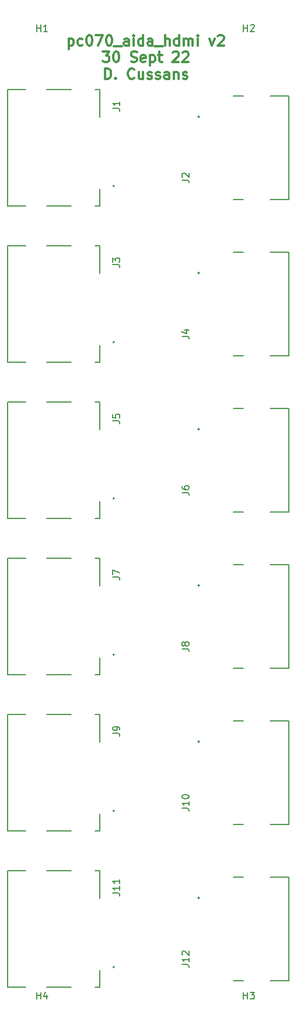
<source format=gbr>
%TF.GenerationSoftware,KiCad,Pcbnew,6.0.7-5.fc36*%
%TF.CreationDate,2022-09-30T16:01:05+01:00*%
%TF.ProjectId,pc070_aida_hdmi_dp,70633037-305f-4616-9964-615f68646d69,rev?*%
%TF.SameCoordinates,Original*%
%TF.FileFunction,Legend,Top*%
%TF.FilePolarity,Positive*%
%FSLAX46Y46*%
G04 Gerber Fmt 4.6, Leading zero omitted, Abs format (unit mm)*
G04 Created by KiCad (PCBNEW 6.0.7-5.fc36) date 2022-09-30 16:01:05*
%MOMM*%
%LPD*%
G01*
G04 APERTURE LIST*
%ADD10C,0.300000*%
%ADD11C,0.150000*%
%ADD12C,0.200000*%
%ADD13C,0.127000*%
G04 APERTURE END LIST*
D10*
X78885714Y-42663571D02*
X78885714Y-44163571D01*
X78885714Y-42735000D02*
X79028571Y-42663571D01*
X79314285Y-42663571D01*
X79457142Y-42735000D01*
X79528571Y-42806428D01*
X79599999Y-42949285D01*
X79599999Y-43377857D01*
X79528571Y-43520714D01*
X79457142Y-43592142D01*
X79314285Y-43663571D01*
X79028571Y-43663571D01*
X78885714Y-43592142D01*
X80885714Y-43592142D02*
X80742857Y-43663571D01*
X80457142Y-43663571D01*
X80314285Y-43592142D01*
X80242857Y-43520714D01*
X80171428Y-43377857D01*
X80171428Y-42949285D01*
X80242857Y-42806428D01*
X80314285Y-42735000D01*
X80457142Y-42663571D01*
X80742857Y-42663571D01*
X80885714Y-42735000D01*
X81814285Y-42163571D02*
X81957142Y-42163571D01*
X82099999Y-42235000D01*
X82171428Y-42306428D01*
X82242857Y-42449285D01*
X82314285Y-42735000D01*
X82314285Y-43092142D01*
X82242857Y-43377857D01*
X82171428Y-43520714D01*
X82099999Y-43592142D01*
X81957142Y-43663571D01*
X81814285Y-43663571D01*
X81671428Y-43592142D01*
X81599999Y-43520714D01*
X81528571Y-43377857D01*
X81457142Y-43092142D01*
X81457142Y-42735000D01*
X81528571Y-42449285D01*
X81599999Y-42306428D01*
X81671428Y-42235000D01*
X81814285Y-42163571D01*
X82814285Y-42163571D02*
X83814285Y-42163571D01*
X83171428Y-43663571D01*
X84671428Y-42163571D02*
X84814285Y-42163571D01*
X84957142Y-42235000D01*
X85028571Y-42306428D01*
X85099999Y-42449285D01*
X85171428Y-42735000D01*
X85171428Y-43092142D01*
X85099999Y-43377857D01*
X85028571Y-43520714D01*
X84957142Y-43592142D01*
X84814285Y-43663571D01*
X84671428Y-43663571D01*
X84528571Y-43592142D01*
X84457142Y-43520714D01*
X84385714Y-43377857D01*
X84314285Y-43092142D01*
X84314285Y-42735000D01*
X84385714Y-42449285D01*
X84457142Y-42306428D01*
X84528571Y-42235000D01*
X84671428Y-42163571D01*
X85457142Y-43806428D02*
X86599999Y-43806428D01*
X87599999Y-43663571D02*
X87599999Y-42877857D01*
X87528571Y-42735000D01*
X87385714Y-42663571D01*
X87099999Y-42663571D01*
X86957142Y-42735000D01*
X87599999Y-43592142D02*
X87457142Y-43663571D01*
X87099999Y-43663571D01*
X86957142Y-43592142D01*
X86885714Y-43449285D01*
X86885714Y-43306428D01*
X86957142Y-43163571D01*
X87099999Y-43092142D01*
X87457142Y-43092142D01*
X87599999Y-43020714D01*
X88314285Y-43663571D02*
X88314285Y-42663571D01*
X88314285Y-42163571D02*
X88242857Y-42235000D01*
X88314285Y-42306428D01*
X88385714Y-42235000D01*
X88314285Y-42163571D01*
X88314285Y-42306428D01*
X89671428Y-43663571D02*
X89671428Y-42163571D01*
X89671428Y-43592142D02*
X89528571Y-43663571D01*
X89242857Y-43663571D01*
X89099999Y-43592142D01*
X89028571Y-43520714D01*
X88957142Y-43377857D01*
X88957142Y-42949285D01*
X89028571Y-42806428D01*
X89099999Y-42735000D01*
X89242857Y-42663571D01*
X89528571Y-42663571D01*
X89671428Y-42735000D01*
X91028571Y-43663571D02*
X91028571Y-42877857D01*
X90957142Y-42735000D01*
X90814285Y-42663571D01*
X90528571Y-42663571D01*
X90385714Y-42735000D01*
X91028571Y-43592142D02*
X90885714Y-43663571D01*
X90528571Y-43663571D01*
X90385714Y-43592142D01*
X90314285Y-43449285D01*
X90314285Y-43306428D01*
X90385714Y-43163571D01*
X90528571Y-43092142D01*
X90885714Y-43092142D01*
X91028571Y-43020714D01*
X91385714Y-43806428D02*
X92528571Y-43806428D01*
X92885714Y-43663571D02*
X92885714Y-42163571D01*
X93528571Y-43663571D02*
X93528571Y-42877857D01*
X93457142Y-42735000D01*
X93314285Y-42663571D01*
X93099999Y-42663571D01*
X92957142Y-42735000D01*
X92885714Y-42806428D01*
X94885714Y-43663571D02*
X94885714Y-42163571D01*
X94885714Y-43592142D02*
X94742857Y-43663571D01*
X94457142Y-43663571D01*
X94314285Y-43592142D01*
X94242857Y-43520714D01*
X94171428Y-43377857D01*
X94171428Y-42949285D01*
X94242857Y-42806428D01*
X94314285Y-42735000D01*
X94457142Y-42663571D01*
X94742857Y-42663571D01*
X94885714Y-42735000D01*
X95599999Y-43663571D02*
X95599999Y-42663571D01*
X95599999Y-42806428D02*
X95671428Y-42735000D01*
X95814285Y-42663571D01*
X96028571Y-42663571D01*
X96171428Y-42735000D01*
X96242857Y-42877857D01*
X96242857Y-43663571D01*
X96242857Y-42877857D02*
X96314285Y-42735000D01*
X96457142Y-42663571D01*
X96671428Y-42663571D01*
X96814285Y-42735000D01*
X96885714Y-42877857D01*
X96885714Y-43663571D01*
X97599999Y-43663571D02*
X97599999Y-42663571D01*
X97599999Y-42163571D02*
X97528571Y-42235000D01*
X97599999Y-42306428D01*
X97671428Y-42235000D01*
X97599999Y-42163571D01*
X97599999Y-42306428D01*
X99314285Y-42663571D02*
X99671428Y-43663571D01*
X100028571Y-42663571D01*
X100528571Y-42306428D02*
X100599999Y-42235000D01*
X100742857Y-42163571D01*
X101099999Y-42163571D01*
X101242857Y-42235000D01*
X101314285Y-42306428D01*
X101385714Y-42449285D01*
X101385714Y-42592142D01*
X101314285Y-42806428D01*
X100457142Y-43663571D01*
X101385714Y-43663571D01*
X83850000Y-44578571D02*
X84778571Y-44578571D01*
X84278571Y-45150000D01*
X84492857Y-45150000D01*
X84635714Y-45221428D01*
X84707142Y-45292857D01*
X84778571Y-45435714D01*
X84778571Y-45792857D01*
X84707142Y-45935714D01*
X84635714Y-46007142D01*
X84492857Y-46078571D01*
X84064285Y-46078571D01*
X83921428Y-46007142D01*
X83850000Y-45935714D01*
X85707142Y-44578571D02*
X85850000Y-44578571D01*
X85992857Y-44650000D01*
X86064285Y-44721428D01*
X86135714Y-44864285D01*
X86207142Y-45150000D01*
X86207142Y-45507142D01*
X86135714Y-45792857D01*
X86064285Y-45935714D01*
X85992857Y-46007142D01*
X85850000Y-46078571D01*
X85707142Y-46078571D01*
X85564285Y-46007142D01*
X85492857Y-45935714D01*
X85421428Y-45792857D01*
X85350000Y-45507142D01*
X85350000Y-45150000D01*
X85421428Y-44864285D01*
X85492857Y-44721428D01*
X85564285Y-44650000D01*
X85707142Y-44578571D01*
X87921428Y-46007142D02*
X88135714Y-46078571D01*
X88492857Y-46078571D01*
X88635714Y-46007142D01*
X88707142Y-45935714D01*
X88778571Y-45792857D01*
X88778571Y-45650000D01*
X88707142Y-45507142D01*
X88635714Y-45435714D01*
X88492857Y-45364285D01*
X88207142Y-45292857D01*
X88064285Y-45221428D01*
X87992857Y-45150000D01*
X87921428Y-45007142D01*
X87921428Y-44864285D01*
X87992857Y-44721428D01*
X88064285Y-44650000D01*
X88207142Y-44578571D01*
X88564285Y-44578571D01*
X88778571Y-44650000D01*
X89992857Y-46007142D02*
X89850000Y-46078571D01*
X89564285Y-46078571D01*
X89421428Y-46007142D01*
X89350000Y-45864285D01*
X89350000Y-45292857D01*
X89421428Y-45150000D01*
X89564285Y-45078571D01*
X89850000Y-45078571D01*
X89992857Y-45150000D01*
X90064285Y-45292857D01*
X90064285Y-45435714D01*
X89350000Y-45578571D01*
X90707142Y-45078571D02*
X90707142Y-46578571D01*
X90707142Y-45150000D02*
X90850000Y-45078571D01*
X91135714Y-45078571D01*
X91278571Y-45150000D01*
X91350000Y-45221428D01*
X91421428Y-45364285D01*
X91421428Y-45792857D01*
X91350000Y-45935714D01*
X91278571Y-46007142D01*
X91135714Y-46078571D01*
X90850000Y-46078571D01*
X90707142Y-46007142D01*
X91850000Y-45078571D02*
X92421428Y-45078571D01*
X92064285Y-44578571D02*
X92064285Y-45864285D01*
X92135714Y-46007142D01*
X92278571Y-46078571D01*
X92421428Y-46078571D01*
X93992857Y-44721428D02*
X94064285Y-44650000D01*
X94207142Y-44578571D01*
X94564285Y-44578571D01*
X94707142Y-44650000D01*
X94778571Y-44721428D01*
X94850000Y-44864285D01*
X94850000Y-45007142D01*
X94778571Y-45221428D01*
X93921428Y-46078571D01*
X94850000Y-46078571D01*
X95421428Y-44721428D02*
X95492857Y-44650000D01*
X95635714Y-44578571D01*
X95992857Y-44578571D01*
X96135714Y-44650000D01*
X96207142Y-44721428D01*
X96278571Y-44864285D01*
X96278571Y-45007142D01*
X96207142Y-45221428D01*
X95350000Y-46078571D01*
X96278571Y-46078571D01*
X84171428Y-48493571D02*
X84171428Y-46993571D01*
X84528571Y-46993571D01*
X84742857Y-47065000D01*
X84885714Y-47207857D01*
X84957142Y-47350714D01*
X85028571Y-47636428D01*
X85028571Y-47850714D01*
X84957142Y-48136428D01*
X84885714Y-48279285D01*
X84742857Y-48422142D01*
X84528571Y-48493571D01*
X84171428Y-48493571D01*
X85671428Y-48350714D02*
X85742857Y-48422142D01*
X85671428Y-48493571D01*
X85600000Y-48422142D01*
X85671428Y-48350714D01*
X85671428Y-48493571D01*
X88385714Y-48350714D02*
X88314285Y-48422142D01*
X88100000Y-48493571D01*
X87957142Y-48493571D01*
X87742857Y-48422142D01*
X87600000Y-48279285D01*
X87528571Y-48136428D01*
X87457142Y-47850714D01*
X87457142Y-47636428D01*
X87528571Y-47350714D01*
X87600000Y-47207857D01*
X87742857Y-47065000D01*
X87957142Y-46993571D01*
X88100000Y-46993571D01*
X88314285Y-47065000D01*
X88385714Y-47136428D01*
X89671428Y-47493571D02*
X89671428Y-48493571D01*
X89028571Y-47493571D02*
X89028571Y-48279285D01*
X89100000Y-48422142D01*
X89242857Y-48493571D01*
X89457142Y-48493571D01*
X89600000Y-48422142D01*
X89671428Y-48350714D01*
X90314285Y-48422142D02*
X90457142Y-48493571D01*
X90742857Y-48493571D01*
X90885714Y-48422142D01*
X90957142Y-48279285D01*
X90957142Y-48207857D01*
X90885714Y-48065000D01*
X90742857Y-47993571D01*
X90528571Y-47993571D01*
X90385714Y-47922142D01*
X90314285Y-47779285D01*
X90314285Y-47707857D01*
X90385714Y-47565000D01*
X90528571Y-47493571D01*
X90742857Y-47493571D01*
X90885714Y-47565000D01*
X91528571Y-48422142D02*
X91671428Y-48493571D01*
X91957142Y-48493571D01*
X92100000Y-48422142D01*
X92171428Y-48279285D01*
X92171428Y-48207857D01*
X92100000Y-48065000D01*
X91957142Y-47993571D01*
X91742857Y-47993571D01*
X91600000Y-47922142D01*
X91528571Y-47779285D01*
X91528571Y-47707857D01*
X91600000Y-47565000D01*
X91742857Y-47493571D01*
X91957142Y-47493571D01*
X92100000Y-47565000D01*
X93457142Y-48493571D02*
X93457142Y-47707857D01*
X93385714Y-47565000D01*
X93242857Y-47493571D01*
X92957142Y-47493571D01*
X92814285Y-47565000D01*
X93457142Y-48422142D02*
X93314285Y-48493571D01*
X92957142Y-48493571D01*
X92814285Y-48422142D01*
X92742857Y-48279285D01*
X92742857Y-48136428D01*
X92814285Y-47993571D01*
X92957142Y-47922142D01*
X93314285Y-47922142D01*
X93457142Y-47850714D01*
X94171428Y-47493571D02*
X94171428Y-48493571D01*
X94171428Y-47636428D02*
X94242857Y-47565000D01*
X94385714Y-47493571D01*
X94600000Y-47493571D01*
X94742857Y-47565000D01*
X94814285Y-47707857D01*
X94814285Y-48493571D01*
X95457142Y-48422142D02*
X95600000Y-48493571D01*
X95885714Y-48493571D01*
X96028571Y-48422142D01*
X96100000Y-48279285D01*
X96100000Y-48207857D01*
X96028571Y-48065000D01*
X95885714Y-47993571D01*
X95671428Y-47993571D01*
X95528571Y-47922142D01*
X95457142Y-47779285D01*
X95457142Y-47707857D01*
X95528571Y-47565000D01*
X95671428Y-47493571D01*
X95885714Y-47493571D01*
X96028571Y-47565000D01*
D11*
%TO.C,J6*%
X95317380Y-108355333D02*
X96031666Y-108355333D01*
X96174523Y-108402952D01*
X96269761Y-108498190D01*
X96317380Y-108641047D01*
X96317380Y-108736285D01*
X95317380Y-107450571D02*
X95317380Y-107641047D01*
X95365000Y-107736285D01*
X95412619Y-107783904D01*
X95555476Y-107879142D01*
X95745952Y-107926761D01*
X96126904Y-107926761D01*
X96222142Y-107879142D01*
X96269761Y-107831523D01*
X96317380Y-107736285D01*
X96317380Y-107545809D01*
X96269761Y-107450571D01*
X96222142Y-107402952D01*
X96126904Y-107355333D01*
X95888809Y-107355333D01*
X95793571Y-107402952D01*
X95745952Y-107450571D01*
X95698333Y-107545809D01*
X95698333Y-107736285D01*
X95745952Y-107831523D01*
X95793571Y-107879142D01*
X95888809Y-107926761D01*
%TO.C,H3*%
X104238095Y-181652380D02*
X104238095Y-180652380D01*
X104238095Y-181128571D02*
X104809523Y-181128571D01*
X104809523Y-181652380D02*
X104809523Y-180652380D01*
X105190476Y-180652380D02*
X105809523Y-180652380D01*
X105476190Y-181033333D01*
X105619047Y-181033333D01*
X105714285Y-181080952D01*
X105761904Y-181128571D01*
X105809523Y-181223809D01*
X105809523Y-181461904D01*
X105761904Y-181557142D01*
X105714285Y-181604761D01*
X105619047Y-181652380D01*
X105333333Y-181652380D01*
X105238095Y-181604761D01*
X105190476Y-181557142D01*
%TO.C,H4*%
X74238095Y-181652380D02*
X74238095Y-180652380D01*
X74238095Y-181128571D02*
X74809523Y-181128571D01*
X74809523Y-181652380D02*
X74809523Y-180652380D01*
X75714285Y-180985714D02*
X75714285Y-181652380D01*
X75476190Y-180604761D02*
X75238095Y-181319047D01*
X75857142Y-181319047D01*
%TO.C,J8*%
X95317380Y-130961333D02*
X96031666Y-130961333D01*
X96174523Y-131008952D01*
X96269761Y-131104190D01*
X96317380Y-131247047D01*
X96317380Y-131342285D01*
X95745952Y-130342285D02*
X95698333Y-130437523D01*
X95650714Y-130485142D01*
X95555476Y-130532761D01*
X95507857Y-130532761D01*
X95412619Y-130485142D01*
X95365000Y-130437523D01*
X95317380Y-130342285D01*
X95317380Y-130151809D01*
X95365000Y-130056571D01*
X95412619Y-130008952D01*
X95507857Y-129961333D01*
X95555476Y-129961333D01*
X95650714Y-130008952D01*
X95698333Y-130056571D01*
X95745952Y-130151809D01*
X95745952Y-130342285D01*
X95793571Y-130437523D01*
X95841190Y-130485142D01*
X95936428Y-130532761D01*
X96126904Y-130532761D01*
X96222142Y-130485142D01*
X96269761Y-130437523D01*
X96317380Y-130342285D01*
X96317380Y-130151809D01*
X96269761Y-130056571D01*
X96222142Y-130008952D01*
X96126904Y-129961333D01*
X95936428Y-129961333D01*
X95841190Y-130008952D01*
X95793571Y-130056571D01*
X95745952Y-130151809D01*
%TO.C,J7*%
X85287380Y-120611333D02*
X86001666Y-120611333D01*
X86144523Y-120658952D01*
X86239761Y-120754190D01*
X86287380Y-120897047D01*
X86287380Y-120992285D01*
X85287380Y-120230380D02*
X85287380Y-119563714D01*
X86287380Y-119992285D01*
%TO.C,J2*%
X95317380Y-63143333D02*
X96031666Y-63143333D01*
X96174523Y-63190952D01*
X96269761Y-63286190D01*
X96317380Y-63429047D01*
X96317380Y-63524285D01*
X95412619Y-62714761D02*
X95365000Y-62667142D01*
X95317380Y-62571904D01*
X95317380Y-62333809D01*
X95365000Y-62238571D01*
X95412619Y-62190952D01*
X95507857Y-62143333D01*
X95603095Y-62143333D01*
X95745952Y-62190952D01*
X96317380Y-62762380D01*
X96317380Y-62143333D01*
%TO.C,H2*%
X104238095Y-41652380D02*
X104238095Y-40652380D01*
X104238095Y-41128571D02*
X104809523Y-41128571D01*
X104809523Y-41652380D02*
X104809523Y-40652380D01*
X105238095Y-40747619D02*
X105285714Y-40700000D01*
X105380952Y-40652380D01*
X105619047Y-40652380D01*
X105714285Y-40700000D01*
X105761904Y-40747619D01*
X105809523Y-40842857D01*
X105809523Y-40938095D01*
X105761904Y-41080952D01*
X105190476Y-41652380D01*
X105809523Y-41652380D01*
%TO.C,J9*%
X85287380Y-143217333D02*
X86001666Y-143217333D01*
X86144523Y-143264952D01*
X86239761Y-143360190D01*
X86287380Y-143503047D01*
X86287380Y-143598285D01*
X86287380Y-142693523D02*
X86287380Y-142503047D01*
X86239761Y-142407809D01*
X86192142Y-142360190D01*
X86049285Y-142264952D01*
X85858809Y-142217333D01*
X85477857Y-142217333D01*
X85382619Y-142264952D01*
X85335000Y-142312571D01*
X85287380Y-142407809D01*
X85287380Y-142598285D01*
X85335000Y-142693523D01*
X85382619Y-142741142D01*
X85477857Y-142788761D01*
X85715952Y-142788761D01*
X85811190Y-142741142D01*
X85858809Y-142693523D01*
X85906428Y-142598285D01*
X85906428Y-142407809D01*
X85858809Y-142312571D01*
X85811190Y-142264952D01*
X85715952Y-142217333D01*
%TO.C,H1*%
X74238095Y-41652380D02*
X74238095Y-40652380D01*
X74238095Y-41128571D02*
X74809523Y-41128571D01*
X74809523Y-41652380D02*
X74809523Y-40652380D01*
X75809523Y-41652380D02*
X75238095Y-41652380D01*
X75523809Y-41652380D02*
X75523809Y-40652380D01*
X75428571Y-40795238D01*
X75333333Y-40890476D01*
X75238095Y-40938095D01*
%TO.C,J4*%
X95317380Y-85749333D02*
X96031666Y-85749333D01*
X96174523Y-85796952D01*
X96269761Y-85892190D01*
X96317380Y-86035047D01*
X96317380Y-86130285D01*
X95650714Y-84844571D02*
X96317380Y-84844571D01*
X95269761Y-85082666D02*
X95984047Y-85320761D01*
X95984047Y-84701714D01*
%TO.C,J10*%
X95317380Y-154043523D02*
X96031666Y-154043523D01*
X96174523Y-154091142D01*
X96269761Y-154186380D01*
X96317380Y-154329238D01*
X96317380Y-154424476D01*
X96317380Y-153043523D02*
X96317380Y-153614952D01*
X96317380Y-153329238D02*
X95317380Y-153329238D01*
X95460238Y-153424476D01*
X95555476Y-153519714D01*
X95603095Y-153614952D01*
X95317380Y-152424476D02*
X95317380Y-152329238D01*
X95365000Y-152234000D01*
X95412619Y-152186380D01*
X95507857Y-152138761D01*
X95698333Y-152091142D01*
X95936428Y-152091142D01*
X96126904Y-152138761D01*
X96222142Y-152186380D01*
X96269761Y-152234000D01*
X96317380Y-152329238D01*
X96317380Y-152424476D01*
X96269761Y-152519714D01*
X96222142Y-152567333D01*
X96126904Y-152614952D01*
X95936428Y-152662571D01*
X95698333Y-152662571D01*
X95507857Y-152614952D01*
X95412619Y-152567333D01*
X95365000Y-152519714D01*
X95317380Y-152424476D01*
%TO.C,J12*%
X95317380Y-176649523D02*
X96031666Y-176649523D01*
X96174523Y-176697142D01*
X96269761Y-176792380D01*
X96317380Y-176935238D01*
X96317380Y-177030476D01*
X96317380Y-175649523D02*
X96317380Y-176220952D01*
X96317380Y-175935238D02*
X95317380Y-175935238D01*
X95460238Y-176030476D01*
X95555476Y-176125714D01*
X95603095Y-176220952D01*
X95412619Y-175268571D02*
X95365000Y-175220952D01*
X95317380Y-175125714D01*
X95317380Y-174887619D01*
X95365000Y-174792380D01*
X95412619Y-174744761D01*
X95507857Y-174697142D01*
X95603095Y-174697142D01*
X95745952Y-174744761D01*
X96317380Y-175316190D01*
X96317380Y-174697142D01*
%TO.C,J1*%
X85287380Y-52793333D02*
X86001666Y-52793333D01*
X86144523Y-52840952D01*
X86239761Y-52936190D01*
X86287380Y-53079047D01*
X86287380Y-53174285D01*
X86287380Y-51793333D02*
X86287380Y-52364761D01*
X86287380Y-52079047D02*
X85287380Y-52079047D01*
X85430238Y-52174285D01*
X85525476Y-52269523D01*
X85573095Y-52364761D01*
%TO.C,J3*%
X85287380Y-75399333D02*
X86001666Y-75399333D01*
X86144523Y-75446952D01*
X86239761Y-75542190D01*
X86287380Y-75685047D01*
X86287380Y-75780285D01*
X85287380Y-75018380D02*
X85287380Y-74399333D01*
X85668333Y-74732666D01*
X85668333Y-74589809D01*
X85715952Y-74494571D01*
X85763571Y-74446952D01*
X85858809Y-74399333D01*
X86096904Y-74399333D01*
X86192142Y-74446952D01*
X86239761Y-74494571D01*
X86287380Y-74589809D01*
X86287380Y-74875523D01*
X86239761Y-74970761D01*
X86192142Y-75018380D01*
%TO.C,J5*%
X85287380Y-98005333D02*
X86001666Y-98005333D01*
X86144523Y-98052952D01*
X86239761Y-98148190D01*
X86287380Y-98291047D01*
X86287380Y-98386285D01*
X85287380Y-97052952D02*
X85287380Y-97529142D01*
X85763571Y-97576761D01*
X85715952Y-97529142D01*
X85668333Y-97433904D01*
X85668333Y-97195809D01*
X85715952Y-97100571D01*
X85763571Y-97052952D01*
X85858809Y-97005333D01*
X86096904Y-97005333D01*
X86192142Y-97052952D01*
X86239761Y-97100571D01*
X86287380Y-97195809D01*
X86287380Y-97433904D01*
X86239761Y-97529142D01*
X86192142Y-97576761D01*
%TO.C,J11*%
X85287380Y-166299523D02*
X86001666Y-166299523D01*
X86144523Y-166347142D01*
X86239761Y-166442380D01*
X86287380Y-166585238D01*
X86287380Y-166680476D01*
X86287380Y-165299523D02*
X86287380Y-165870952D01*
X86287380Y-165585238D02*
X85287380Y-165585238D01*
X85430238Y-165680476D01*
X85525476Y-165775714D01*
X85573095Y-165870952D01*
X86287380Y-164347142D02*
X86287380Y-164918571D01*
X86287380Y-164632857D02*
X85287380Y-164632857D01*
X85430238Y-164728095D01*
X85525476Y-164823333D01*
X85573095Y-164918571D01*
D12*
%TO.C,J6*%
X104250000Y-111202000D02*
X102800000Y-111202000D01*
X110860000Y-111202000D02*
X110860000Y-96192000D01*
X110860000Y-96192000D02*
X108150000Y-96192000D01*
X108150000Y-111202000D02*
X110860000Y-111202000D01*
X104250000Y-96192000D02*
X102800000Y-96192000D01*
X97846000Y-99197000D02*
G75*
G03*
X97846000Y-99197000I-100000J0D01*
G01*
%TO.C,J8*%
X104250000Y-133808000D02*
X102800000Y-133808000D01*
X108150000Y-133808000D02*
X110860000Y-133808000D01*
X110860000Y-133808000D02*
X110860000Y-118798000D01*
X104250000Y-118798000D02*
X102800000Y-118798000D01*
X110860000Y-118798000D02*
X108150000Y-118798000D01*
X97846000Y-121803000D02*
G75*
G03*
X97846000Y-121803000I-100000J0D01*
G01*
D13*
%TO.C,J7*%
X83370000Y-117853000D02*
X82670000Y-117853000D01*
X79240000Y-134753000D02*
X75690000Y-134753000D01*
X70000000Y-117853000D02*
X70000000Y-134753000D01*
X79240000Y-117853000D02*
X75690000Y-117853000D01*
X72660000Y-134753000D02*
X70000000Y-134753000D01*
X83370000Y-121853000D02*
X83370000Y-117853000D01*
X72660000Y-117853000D02*
X70000000Y-117853000D01*
X83370000Y-134753000D02*
X83370000Y-132253000D01*
X83370000Y-134753000D02*
X82670000Y-134753000D01*
D12*
X85500000Y-131803000D02*
G75*
G03*
X85500000Y-131803000I-100000J0D01*
G01*
%TO.C,J2*%
X110860000Y-50980000D02*
X108150000Y-50980000D01*
X104250000Y-50980000D02*
X102800000Y-50980000D01*
X104250000Y-65990000D02*
X102800000Y-65990000D01*
X108150000Y-65990000D02*
X110860000Y-65990000D01*
X110860000Y-65990000D02*
X110860000Y-50980000D01*
X97846000Y-53985000D02*
G75*
G03*
X97846000Y-53985000I-100000J0D01*
G01*
D13*
%TO.C,J9*%
X79240000Y-140459000D02*
X75690000Y-140459000D01*
X83370000Y-144459000D02*
X83370000Y-140459000D01*
X72660000Y-140459000D02*
X70000000Y-140459000D01*
X70000000Y-140459000D02*
X70000000Y-157359000D01*
X83370000Y-157359000D02*
X82670000Y-157359000D01*
X83370000Y-157359000D02*
X83370000Y-154859000D01*
X83370000Y-140459000D02*
X82670000Y-140459000D01*
X79240000Y-157359000D02*
X75690000Y-157359000D01*
X72660000Y-157359000D02*
X70000000Y-157359000D01*
D12*
X85500000Y-154409000D02*
G75*
G03*
X85500000Y-154409000I-100000J0D01*
G01*
%TO.C,J4*%
X104250000Y-73586000D02*
X102800000Y-73586000D01*
X110860000Y-73586000D02*
X108150000Y-73586000D01*
X108150000Y-88596000D02*
X110860000Y-88596000D01*
X110860000Y-88596000D02*
X110860000Y-73586000D01*
X104250000Y-88596000D02*
X102800000Y-88596000D01*
X97846000Y-76591000D02*
G75*
G03*
X97846000Y-76591000I-100000J0D01*
G01*
%TO.C,J10*%
X110860000Y-141404000D02*
X108150000Y-141404000D01*
X110860000Y-156414000D02*
X110860000Y-141404000D01*
X104250000Y-141404000D02*
X102800000Y-141404000D01*
X104250000Y-156414000D02*
X102800000Y-156414000D01*
X108150000Y-156414000D02*
X110860000Y-156414000D01*
X97846000Y-144409000D02*
G75*
G03*
X97846000Y-144409000I-100000J0D01*
G01*
%TO.C,J12*%
X110860000Y-179020000D02*
X110860000Y-164010000D01*
X104250000Y-164010000D02*
X102800000Y-164010000D01*
X110860000Y-164010000D02*
X108150000Y-164010000D01*
X104250000Y-179020000D02*
X102800000Y-179020000D01*
X108150000Y-179020000D02*
X110860000Y-179020000D01*
X97846000Y-167015000D02*
G75*
G03*
X97846000Y-167015000I-100000J0D01*
G01*
D13*
%TO.C,J1*%
X79240000Y-50035000D02*
X75690000Y-50035000D01*
X83370000Y-54035000D02*
X83370000Y-50035000D01*
X83370000Y-66935000D02*
X83370000Y-64435000D01*
X79240000Y-66935000D02*
X75690000Y-66935000D01*
X83370000Y-50035000D02*
X82670000Y-50035000D01*
X70000000Y-50035000D02*
X70000000Y-66935000D01*
X72660000Y-50035000D02*
X70000000Y-50035000D01*
X72660000Y-66935000D02*
X70000000Y-66935000D01*
X83370000Y-66935000D02*
X82670000Y-66935000D01*
D12*
X85500000Y-63985000D02*
G75*
G03*
X85500000Y-63985000I-100000J0D01*
G01*
D13*
%TO.C,J3*%
X83370000Y-89541000D02*
X82670000Y-89541000D01*
X83370000Y-89541000D02*
X83370000Y-87041000D01*
X72660000Y-89541000D02*
X70000000Y-89541000D01*
X83370000Y-72641000D02*
X82670000Y-72641000D01*
X70000000Y-72641000D02*
X70000000Y-89541000D01*
X79240000Y-72641000D02*
X75690000Y-72641000D01*
X72660000Y-72641000D02*
X70000000Y-72641000D01*
X79240000Y-89541000D02*
X75690000Y-89541000D01*
X83370000Y-76641000D02*
X83370000Y-72641000D01*
D12*
X85500000Y-86591000D02*
G75*
G03*
X85500000Y-86591000I-100000J0D01*
G01*
D13*
%TO.C,J5*%
X79240000Y-95247000D02*
X75690000Y-95247000D01*
X83370000Y-99247000D02*
X83370000Y-95247000D01*
X72660000Y-112147000D02*
X70000000Y-112147000D01*
X72660000Y-95247000D02*
X70000000Y-95247000D01*
X83370000Y-112147000D02*
X82670000Y-112147000D01*
X79240000Y-112147000D02*
X75690000Y-112147000D01*
X83370000Y-112147000D02*
X83370000Y-109647000D01*
X70000000Y-95247000D02*
X70000000Y-112147000D01*
X83370000Y-95247000D02*
X82670000Y-95247000D01*
D12*
X85500000Y-109197000D02*
G75*
G03*
X85500000Y-109197000I-100000J0D01*
G01*
D13*
%TO.C,J11*%
X72660000Y-179965000D02*
X70000000Y-179965000D01*
X79240000Y-163065000D02*
X75690000Y-163065000D01*
X83370000Y-163065000D02*
X82670000Y-163065000D01*
X83370000Y-167065000D02*
X83370000Y-163065000D01*
X79240000Y-179965000D02*
X75690000Y-179965000D01*
X83370000Y-179965000D02*
X82670000Y-179965000D01*
X70000000Y-163065000D02*
X70000000Y-179965000D01*
X83370000Y-179965000D02*
X83370000Y-177465000D01*
X72660000Y-163065000D02*
X70000000Y-163065000D01*
D12*
X85500000Y-177015000D02*
G75*
G03*
X85500000Y-177015000I-100000J0D01*
G01*
%TD*%
M02*

</source>
